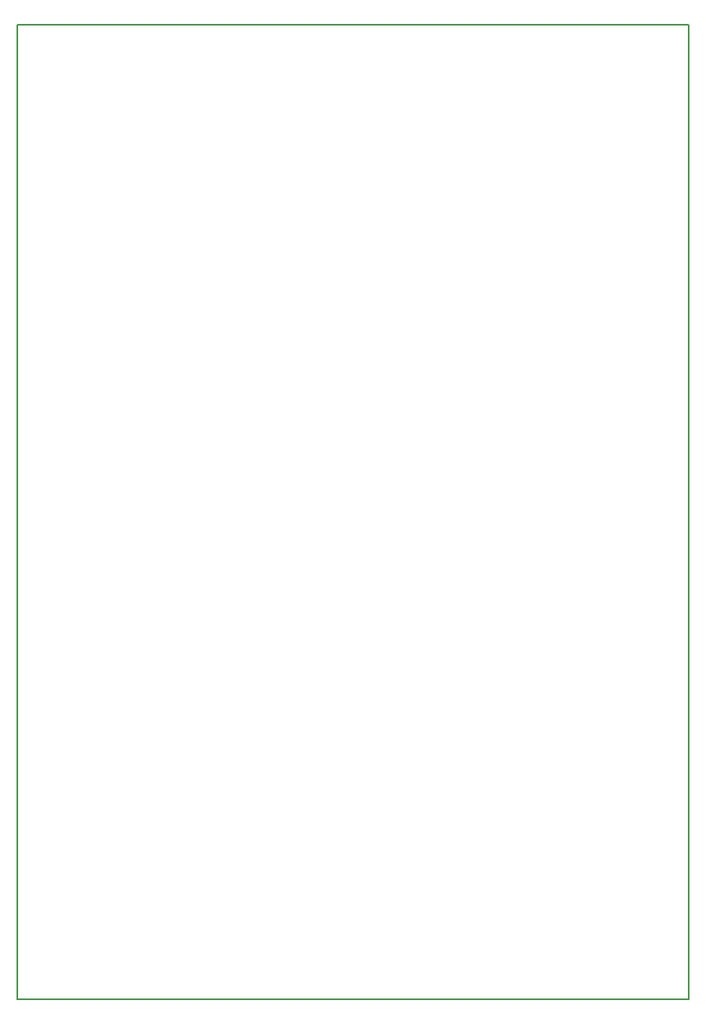
<source format=gbr>
G04 #@! TF.GenerationSoftware,KiCad,Pcbnew,(5.0.0-3-g5ebb6b6)*
G04 #@! TF.CreationDate,2019-01-01T15:02:40-08:00*
G04 #@! TF.ProjectId,Stages,5374616765732E6B696361645F706362,rev?*
G04 #@! TF.SameCoordinates,Original*
G04 #@! TF.FileFunction,Profile,NP*
%FSLAX46Y46*%
G04 Gerber Fmt 4.6, Leading zero omitted, Abs format (unit mm)*
G04 Created by KiCad (PCBNEW (5.0.0-3-g5ebb6b6)) date Tuesday, January 01, 2019 at 03:02:40 PM*
%MOMM*%
%LPD*%
G01*
G04 APERTURE LIST*
%ADD10C,0.150000*%
G04 APERTURE END LIST*
D10*
X101000000Y-150000000D02*
X101000000Y-50000000D01*
X170000000Y-150000000D02*
X101000000Y-150000000D01*
X170000000Y-50000000D02*
X170000000Y-150000000D01*
X101000000Y-50000000D02*
X170000000Y-50000000D01*
M02*

</source>
